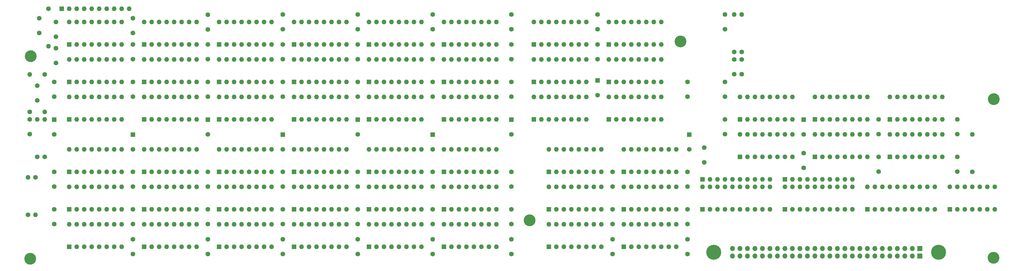
<source format=gbr>
%TF.GenerationSoftware,KiCad,Pcbnew,8.0.1*%
%TF.CreationDate,2024-03-25T22:30:46+11:00*%
%TF.ProjectId,System Memory Board,53797374-656d-4204-9d65-6d6f72792042,rev?*%
%TF.SameCoordinates,Original*%
%TF.FileFunction,Soldermask,Bot*%
%TF.FilePolarity,Negative*%
%FSLAX46Y46*%
G04 Gerber Fmt 4.6, Leading zero omitted, Abs format (unit mm)*
G04 Created by KiCad (PCBNEW 8.0.1) date 2024-03-25 22:30:46*
%MOMM*%
%LPD*%
G01*
G04 APERTURE LIST*
%ADD10C,1.600000*%
%ADD11O,1.600000X1.600000*%
%ADD12R,1.600000X1.600000*%
%ADD13C,5.080000*%
%ADD14R,1.700000X1.700000*%
%ADD15O,1.700000X1.700000*%
%ADD16C,4.000000*%
G04 APERTURE END LIST*
D10*
%TO.C,C45*%
X174520000Y-132310000D03*
X174520000Y-137310000D03*
%TD*%
%TO.C,C41*%
X72920000Y-132310000D03*
X72920000Y-137310000D03*
%TD*%
%TO.C,C3*%
X98320000Y-79010000D03*
X98320000Y-84010000D03*
%TD*%
%TO.C,C59*%
X201190000Y-145010000D03*
X201190000Y-150010000D03*
%TD*%
%TO.C,C16*%
X201190000Y-89130000D03*
X201190000Y-94130000D03*
%TD*%
%TO.C,C8*%
X230400000Y-78970000D03*
X230400000Y-83970000D03*
%TD*%
%TO.C,C43*%
X123720000Y-132310000D03*
X123720000Y-137310000D03*
%TD*%
%TO.C,C30*%
X325650000Y-114530000D03*
X325650000Y-119530000D03*
%TD*%
%TO.C,C51*%
X325650000Y-127230000D03*
X325650000Y-132230000D03*
%TD*%
%TO.C,C55*%
X98320000Y-145010000D03*
X98320000Y-150010000D03*
%TD*%
%TO.C,C31*%
X352320000Y-114530000D03*
X352320000Y-119530000D03*
%TD*%
%TO.C,C14*%
X149120000Y-89130000D03*
X149120000Y-94130000D03*
%TD*%
%TO.C,C11*%
X72920000Y-89130000D03*
X72920000Y-94130000D03*
%TD*%
%TO.C,C2*%
X72920000Y-80240000D03*
X72920000Y-85240000D03*
%TD*%
%TO.C,C60*%
X235480000Y-145010000D03*
X235480000Y-150010000D03*
%TD*%
%TO.C,C58*%
X174520000Y-145010000D03*
X174520000Y-150010000D03*
%TD*%
%TO.C,C42*%
X98320000Y-132310000D03*
X98320000Y-137310000D03*
%TD*%
%TO.C,C73*%
X276755000Y-94210000D03*
X276755000Y-99210000D03*
%TD*%
%TO.C,C23*%
X123720000Y-101830000D03*
X123720000Y-106830000D03*
%TD*%
%TO.C,C65*%
X149120000Y-155170000D03*
X149120000Y-160170000D03*
%TD*%
%TO.C,C18*%
X260880000Y-101830000D03*
X260880000Y-106830000D03*
%TD*%
%TO.C,C44*%
X149120000Y-132310000D03*
X149120000Y-137310000D03*
%TD*%
%TO.C,C40*%
X46250000Y-132310000D03*
X46250000Y-137310000D03*
%TD*%
%TO.C,C48*%
X260880000Y-132310000D03*
X260880000Y-137310000D03*
%TD*%
%TO.C,C52*%
X352320000Y-127230000D03*
X352320000Y-132230000D03*
%TD*%
%TO.C,C47*%
X235480000Y-132310000D03*
X235480000Y-137310000D03*
%TD*%
%TO.C,C68*%
X235480000Y-155170000D03*
X235480000Y-160170000D03*
%TD*%
%TO.C,C63*%
X98320000Y-155170000D03*
X98320000Y-160170000D03*
%TD*%
%TO.C,C49*%
X266595000Y-124055000D03*
X266595000Y-129055000D03*
%TD*%
%TO.C,C72*%
X46885000Y-81510000D03*
X46885000Y-86510000D03*
%TD*%
%TO.C,C7*%
X201190000Y-78970000D03*
X201190000Y-83970000D03*
%TD*%
%TO.C,C20*%
X46250000Y-101830000D03*
X46250000Y-106830000D03*
%TD*%
%TO.C,C67*%
X201190000Y-155170000D03*
X201190000Y-160170000D03*
%TD*%
%TO.C,C74*%
X279295000Y-94210000D03*
X279295000Y-99210000D03*
%TD*%
%TO.C,C10*%
X46885000Y-90400000D03*
X46885000Y-95400000D03*
%TD*%
%TO.C,C50*%
X300250000Y-125960000D03*
X300250000Y-130960000D03*
%TD*%
%TO.C,C70*%
X40535000Y-103100000D03*
X40535000Y-108100000D03*
%TD*%
%TO.C,C12*%
X98320000Y-89130000D03*
X98320000Y-94130000D03*
%TD*%
%TO.C,C15*%
X174520000Y-89130000D03*
X174520000Y-94130000D03*
%TD*%
%TO.C,C28*%
X273580000Y-114530000D03*
X273580000Y-119530000D03*
%TD*%
%TO.C,C26*%
X201190000Y-101830000D03*
X201190000Y-106830000D03*
%TD*%
%TO.C,C62*%
X72920000Y-155170000D03*
X72920000Y-160170000D03*
%TD*%
%TO.C,C66*%
X174520000Y-155170000D03*
X174520000Y-160170000D03*
%TD*%
%TO.C,C69*%
X260880000Y-155170000D03*
X260880000Y-160170000D03*
%TD*%
%TO.C,C13*%
X123720000Y-89130000D03*
X123720000Y-94130000D03*
%TD*%
%TO.C,C4*%
X123720000Y-78970000D03*
X123720000Y-83970000D03*
%TD*%
%TO.C,C22*%
X98320000Y-101830000D03*
X98320000Y-106830000D03*
%TD*%
%TO.C,C1*%
X41170000Y-80240000D03*
X41170000Y-85240000D03*
%TD*%
%TO.C,C6*%
X174520000Y-78970000D03*
X174520000Y-83970000D03*
%TD*%
%TO.C,C24*%
X149120000Y-101830000D03*
X149120000Y-106830000D03*
%TD*%
%TO.C,C54*%
X72920000Y-145010000D03*
X72920000Y-150010000D03*
%TD*%
%TO.C,C17*%
X230400000Y-89130000D03*
X230400000Y-94130000D03*
%TD*%
%TO.C,C53*%
X46250000Y-145010000D03*
X46250000Y-150010000D03*
%TD*%
%TO.C,C5*%
X149120000Y-78930000D03*
X149120000Y-83930000D03*
%TD*%
%TO.C,C25*%
X174520000Y-101830000D03*
X174520000Y-106830000D03*
%TD*%
%TO.C,C57*%
X149120000Y-145010000D03*
X149120000Y-150010000D03*
%TD*%
%TO.C,C19*%
X273580000Y-101830000D03*
X273580000Y-106830000D03*
%TD*%
%TO.C,C9*%
X273580000Y-78970000D03*
X273580000Y-83970000D03*
%TD*%
%TO.C,C71*%
X37995000Y-114530000D03*
X37995000Y-119530000D03*
%TD*%
%TO.C,C21*%
X72920000Y-101830000D03*
X72920000Y-106830000D03*
%TD*%
%TO.C,C61*%
X260880000Y-145010000D03*
X260880000Y-150010000D03*
%TD*%
%TO.C,C46*%
X201190000Y-132310000D03*
X201190000Y-137310000D03*
%TD*%
%TO.C,C64*%
X123720000Y-155170000D03*
X123720000Y-160170000D03*
%TD*%
%TO.C,C56*%
X123720000Y-145010000D03*
X123720000Y-150010000D03*
%TD*%
%TO.C,R10*%
X39900000Y-134175000D03*
D11*
X39900000Y-146875000D03*
%TD*%
D12*
%TO.C,U35*%
X102130000Y-144970000D03*
D11*
X104670000Y-144970000D03*
X107210000Y-144970000D03*
X109750000Y-144970000D03*
X112290000Y-144970000D03*
X114830000Y-144970000D03*
X117370000Y-144970000D03*
X119910000Y-144970000D03*
X119910000Y-137350000D03*
X117370000Y-137350000D03*
X114830000Y-137350000D03*
X112290000Y-137350000D03*
X109750000Y-137350000D03*
X107210000Y-137350000D03*
X104670000Y-137350000D03*
X102130000Y-137350000D03*
%TD*%
D12*
%TO.C,Z1*%
X48790000Y-77025000D03*
D11*
X51330000Y-77025000D03*
X53870000Y-77025000D03*
X56410000Y-77025000D03*
X58950000Y-77025000D03*
X61490000Y-77025000D03*
X64030000Y-77025000D03*
X66570000Y-77025000D03*
X69110000Y-77025000D03*
X71650000Y-77025000D03*
%TD*%
D12*
%TO.C,C29*%
X300250000Y-114627349D03*
D10*
X300250000Y-119627349D03*
%TD*%
D12*
%TO.C,C33*%
X72920000Y-119707349D03*
D10*
X72920000Y-124707349D03*
%TD*%
D12*
%TO.C,U13*%
X152930000Y-101790000D03*
D11*
X155470000Y-101790000D03*
X158010000Y-101790000D03*
X160550000Y-101790000D03*
X163090000Y-101790000D03*
X165630000Y-101790000D03*
X168170000Y-101790000D03*
X170710000Y-101790000D03*
X170710000Y-94170000D03*
X168170000Y-94170000D03*
X165630000Y-94170000D03*
X163090000Y-94170000D03*
X160550000Y-94170000D03*
X158010000Y-94170000D03*
X155470000Y-94170000D03*
X152930000Y-94170000D03*
%TD*%
D12*
%TO.C,U11*%
X102130000Y-101790000D03*
D11*
X104670000Y-101790000D03*
X107210000Y-101790000D03*
X109750000Y-101790000D03*
X112290000Y-101790000D03*
X114830000Y-101790000D03*
X117370000Y-101790000D03*
X119910000Y-101790000D03*
X119910000Y-94170000D03*
X117370000Y-94170000D03*
X114830000Y-94170000D03*
X112290000Y-94170000D03*
X109750000Y-94170000D03*
X107210000Y-94170000D03*
X104670000Y-94170000D03*
X102130000Y-94170000D03*
%TD*%
D12*
%TO.C,U8*%
X234210000Y-89090000D03*
D11*
X236750000Y-89090000D03*
X239290000Y-89090000D03*
X241830000Y-89090000D03*
X244370000Y-89090000D03*
X246910000Y-89090000D03*
X249450000Y-89090000D03*
X251990000Y-89090000D03*
X251990000Y-81470000D03*
X249450000Y-81470000D03*
X246910000Y-81470000D03*
X244370000Y-81470000D03*
X241830000Y-81470000D03*
X239290000Y-81470000D03*
X236750000Y-81470000D03*
X234210000Y-81470000D03*
%TD*%
D12*
%TO.C,U6*%
X178330000Y-89090000D03*
D11*
X180870000Y-89090000D03*
X183410000Y-89090000D03*
X185950000Y-89090000D03*
X188490000Y-89090000D03*
X191030000Y-89090000D03*
X193570000Y-89090000D03*
X196110000Y-89090000D03*
X196110000Y-81470000D03*
X193570000Y-81470000D03*
X191030000Y-81470000D03*
X188490000Y-81470000D03*
X185950000Y-81470000D03*
X183410000Y-81470000D03*
X180870000Y-81470000D03*
X178330000Y-81470000D03*
%TD*%
D12*
%TO.C,U36*%
X127530000Y-144970000D03*
D11*
X130070000Y-144970000D03*
X132610000Y-144970000D03*
X135150000Y-144970000D03*
X137690000Y-144970000D03*
X140230000Y-144970000D03*
X142770000Y-144970000D03*
X145310000Y-144970000D03*
X145310000Y-137350000D03*
X142770000Y-137350000D03*
X140230000Y-137350000D03*
X137690000Y-137350000D03*
X135150000Y-137350000D03*
X132610000Y-137350000D03*
X130070000Y-137350000D03*
X127530000Y-137350000D03*
%TD*%
D12*
%TO.C,C32*%
X46250000Y-114627349D03*
D10*
X46250000Y-119627349D03*
%TD*%
D12*
%TO.C,U21*%
X152930000Y-114490000D03*
D11*
X155470000Y-114490000D03*
X158010000Y-114490000D03*
X160550000Y-114490000D03*
X163090000Y-114490000D03*
X165630000Y-114490000D03*
X168170000Y-114490000D03*
X170710000Y-114490000D03*
X170710000Y-106870000D03*
X168170000Y-106870000D03*
X165630000Y-106870000D03*
X163090000Y-106870000D03*
X160550000Y-106870000D03*
X158010000Y-106870000D03*
X155470000Y-106870000D03*
X152930000Y-106870000D03*
%TD*%
D12*
%TO.C,U24*%
X234210000Y-114490000D03*
D11*
X236750000Y-114490000D03*
X239290000Y-114490000D03*
X241830000Y-114490000D03*
X244370000Y-114490000D03*
X246910000Y-114490000D03*
X249450000Y-114490000D03*
X251990000Y-114490000D03*
X251990000Y-106870000D03*
X249450000Y-106870000D03*
X246910000Y-106870000D03*
X244370000Y-106870000D03*
X241830000Y-106870000D03*
X239290000Y-106870000D03*
X236750000Y-106870000D03*
X234210000Y-106870000D03*
%TD*%
D12*
%TO.C,U28*%
X127530000Y-132270000D03*
D11*
X130070000Y-132270000D03*
X132610000Y-132270000D03*
X135150000Y-132270000D03*
X137690000Y-132270000D03*
X140230000Y-132270000D03*
X142770000Y-132270000D03*
X145310000Y-132270000D03*
X145310000Y-124650000D03*
X142770000Y-124650000D03*
X140230000Y-124650000D03*
X137690000Y-124650000D03*
X135150000Y-124650000D03*
X132610000Y-124650000D03*
X130070000Y-124650000D03*
X127530000Y-124650000D03*
%TD*%
D13*
%TO.C,P300*%
X345970000Y-159575000D03*
X269770000Y-159575000D03*
D14*
X339620000Y-160845000D03*
D15*
X337080000Y-160845000D03*
X334540000Y-160845000D03*
X332000000Y-160845000D03*
X329460000Y-160845000D03*
X326920000Y-160845000D03*
X324380000Y-160845000D03*
X321840000Y-160845000D03*
X319300000Y-160845000D03*
X316760000Y-160845000D03*
X314220000Y-160845000D03*
X311680000Y-160845000D03*
X309140000Y-160845000D03*
X306600000Y-160845000D03*
X304060000Y-160845000D03*
X301520000Y-160845000D03*
X298980000Y-160845000D03*
X296440000Y-160845000D03*
X293900000Y-160845000D03*
X291360000Y-160845000D03*
X288820000Y-160845000D03*
X286280000Y-160845000D03*
X283740000Y-160845000D03*
X281200000Y-160845000D03*
X278660000Y-160845000D03*
X276120000Y-160845000D03*
D14*
X339620000Y-158305000D03*
D15*
X337080000Y-158305000D03*
X334540000Y-158305000D03*
X332000000Y-158305000D03*
X329460000Y-158305000D03*
X326920000Y-158305000D03*
X324380000Y-158305000D03*
X321840000Y-158305000D03*
X319300000Y-158305000D03*
X316760000Y-158305000D03*
X314220000Y-158305000D03*
X311680000Y-158305000D03*
X309140000Y-158305000D03*
X306600000Y-158305000D03*
X304060000Y-158305000D03*
X301520000Y-158305000D03*
X298980000Y-158305000D03*
X296440000Y-158305000D03*
X293900000Y-158305000D03*
X291360000Y-158305000D03*
X288820000Y-158305000D03*
X286280000Y-158305000D03*
X283740000Y-158305000D03*
X281200000Y-158305000D03*
X278660000Y-158305000D03*
X276120000Y-158305000D03*
%TD*%
D12*
%TO.C,C36*%
X149120000Y-114627349D03*
D10*
X149120000Y-119627349D03*
%TD*%
D12*
%TO.C,U14*%
X178330000Y-101790000D03*
D11*
X180870000Y-101790000D03*
X183410000Y-101790000D03*
X185950000Y-101790000D03*
X188490000Y-101790000D03*
X191030000Y-101790000D03*
X193570000Y-101790000D03*
X196110000Y-101790000D03*
X196110000Y-94170000D03*
X193570000Y-94170000D03*
X191030000Y-94170000D03*
X188490000Y-94170000D03*
X185950000Y-94170000D03*
X183410000Y-94170000D03*
X180870000Y-94170000D03*
X178330000Y-94170000D03*
%TD*%
D12*
%TO.C,U45*%
X152930000Y-157670000D03*
D11*
X155470000Y-157670000D03*
X158010000Y-157670000D03*
X160550000Y-157670000D03*
X163090000Y-157670000D03*
X165630000Y-157670000D03*
X168170000Y-157670000D03*
X170710000Y-157670000D03*
X170710000Y-150050000D03*
X168170000Y-150050000D03*
X165630000Y-150050000D03*
X163090000Y-150050000D03*
X160550000Y-150050000D03*
X158010000Y-150050000D03*
X155470000Y-150050000D03*
X152930000Y-150050000D03*
%TD*%
D12*
%TO.C,U40*%
X239290000Y-144970000D03*
D11*
X241830000Y-144970000D03*
X244370000Y-144970000D03*
X246910000Y-144970000D03*
X249450000Y-144970000D03*
X251990000Y-144970000D03*
X254530000Y-144970000D03*
X257070000Y-144970000D03*
X257070000Y-137350000D03*
X254530000Y-137350000D03*
X251990000Y-137350000D03*
X249450000Y-137350000D03*
X246910000Y-137350000D03*
X244370000Y-137350000D03*
X241830000Y-137350000D03*
X239290000Y-137350000D03*
%TD*%
D12*
%TO.C,U51*%
X329460000Y-114490000D03*
D11*
X332000000Y-114490000D03*
X334540000Y-114490000D03*
X337080000Y-114490000D03*
X339620000Y-114490000D03*
X342160000Y-114490000D03*
X344700000Y-114490000D03*
X347240000Y-114490000D03*
X347240000Y-106870000D03*
X344700000Y-106870000D03*
X342160000Y-106870000D03*
X339620000Y-106870000D03*
X337080000Y-106870000D03*
X334540000Y-106870000D03*
X332000000Y-106870000D03*
X329460000Y-106870000D03*
%TD*%
D12*
%TO.C,U1*%
X51330000Y-89090000D03*
D11*
X53870000Y-89090000D03*
X56410000Y-89090000D03*
X58950000Y-89090000D03*
X61490000Y-89090000D03*
X64030000Y-89090000D03*
X66570000Y-89090000D03*
X69110000Y-89090000D03*
X69110000Y-81470000D03*
X66570000Y-81470000D03*
X64030000Y-81470000D03*
X61490000Y-81470000D03*
X58950000Y-81470000D03*
X56410000Y-81470000D03*
X53870000Y-81470000D03*
X51330000Y-81470000D03*
%TD*%
D12*
%TO.C,U49*%
X278660000Y-114490000D03*
D11*
X281200000Y-114490000D03*
X283740000Y-114490000D03*
X286280000Y-114490000D03*
X288820000Y-114490000D03*
X291360000Y-114490000D03*
X293900000Y-114490000D03*
X296440000Y-114490000D03*
X296440000Y-106870000D03*
X293900000Y-106870000D03*
X291360000Y-106870000D03*
X288820000Y-106870000D03*
X286280000Y-106870000D03*
X283740000Y-106870000D03*
X281200000Y-106870000D03*
X278660000Y-106870000D03*
%TD*%
D12*
%TO.C,U27*%
X102130000Y-132270000D03*
D11*
X104670000Y-132270000D03*
X107210000Y-132270000D03*
X109750000Y-132270000D03*
X112290000Y-132270000D03*
X114830000Y-132270000D03*
X117370000Y-132270000D03*
X119910000Y-132270000D03*
X119910000Y-124650000D03*
X117370000Y-124650000D03*
X114830000Y-124650000D03*
X112290000Y-124650000D03*
X109750000Y-124650000D03*
X107210000Y-124650000D03*
X104670000Y-124650000D03*
X102130000Y-124650000D03*
%TD*%
D12*
%TO.C,U12*%
X127530000Y-101790000D03*
D11*
X130070000Y-101790000D03*
X132610000Y-101790000D03*
X135150000Y-101790000D03*
X137690000Y-101790000D03*
X140230000Y-101790000D03*
X142770000Y-101790000D03*
X145310000Y-101790000D03*
X145310000Y-94170000D03*
X142770000Y-94170000D03*
X140230000Y-94170000D03*
X137690000Y-94170000D03*
X135150000Y-94170000D03*
X132610000Y-94170000D03*
X130070000Y-94170000D03*
X127530000Y-94170000D03*
%TD*%
D12*
%TO.C,U9*%
X51330000Y-101790000D03*
D11*
X53870000Y-101790000D03*
X56410000Y-101790000D03*
X58950000Y-101790000D03*
X61490000Y-101790000D03*
X64030000Y-101790000D03*
X66570000Y-101790000D03*
X69110000Y-101790000D03*
X69110000Y-94170000D03*
X66570000Y-94170000D03*
X64030000Y-94170000D03*
X61490000Y-94170000D03*
X58950000Y-94170000D03*
X56410000Y-94170000D03*
X53870000Y-94170000D03*
X51330000Y-94170000D03*
%TD*%
D12*
%TO.C,U2*%
X76730000Y-89090000D03*
D11*
X79270000Y-89090000D03*
X81810000Y-89090000D03*
X84350000Y-89090000D03*
X86890000Y-89090000D03*
X89430000Y-89090000D03*
X91970000Y-89090000D03*
X94510000Y-89090000D03*
X94510000Y-81470000D03*
X91970000Y-81470000D03*
X89430000Y-81470000D03*
X86890000Y-81470000D03*
X84350000Y-81470000D03*
X81810000Y-81470000D03*
X79270000Y-81470000D03*
X76730000Y-81470000D03*
%TD*%
D12*
%TO.C,U41*%
X51330000Y-157670000D03*
D11*
X53870000Y-157670000D03*
X56410000Y-157670000D03*
X58950000Y-157670000D03*
X61490000Y-157670000D03*
X64030000Y-157670000D03*
X66570000Y-157670000D03*
X69110000Y-157670000D03*
X69110000Y-150050000D03*
X66570000Y-150050000D03*
X64030000Y-150050000D03*
X61490000Y-150050000D03*
X58950000Y-150050000D03*
X56410000Y-150050000D03*
X53870000Y-150050000D03*
X51330000Y-150050000D03*
%TD*%
D12*
%TO.C,C34*%
X98320000Y-114627349D03*
D10*
X98320000Y-119627349D03*
%TD*%
D12*
%TO.C,U53*%
X304060000Y-127190000D03*
D11*
X306600000Y-127190000D03*
X309140000Y-127190000D03*
X311680000Y-127190000D03*
X314220000Y-127190000D03*
X316760000Y-127190000D03*
X319300000Y-127190000D03*
X321840000Y-127190000D03*
X321840000Y-119570000D03*
X319300000Y-119570000D03*
X316760000Y-119570000D03*
X314220000Y-119570000D03*
X311680000Y-119570000D03*
X309140000Y-119570000D03*
X306600000Y-119570000D03*
X304060000Y-119570000D03*
%TD*%
D12*
%TO.C,U56*%
X293900000Y-144970000D03*
D11*
X296440000Y-144970000D03*
X298980000Y-144970000D03*
X301520000Y-144970000D03*
X304060000Y-144970000D03*
X306600000Y-144970000D03*
X309140000Y-144970000D03*
X311680000Y-144970000D03*
X314220000Y-144970000D03*
X316760000Y-144970000D03*
X316760000Y-137350000D03*
X314220000Y-137350000D03*
X311680000Y-137350000D03*
X309140000Y-137350000D03*
X306600000Y-137350000D03*
X304060000Y-137350000D03*
X301520000Y-137350000D03*
X298980000Y-137350000D03*
X296440000Y-137350000D03*
X293900000Y-137350000D03*
%TD*%
D12*
%TO.C,C37*%
X174520000Y-119707349D03*
D10*
X174520000Y-124707349D03*
%TD*%
D12*
%TO.C,U52*%
X278660000Y-127190000D03*
D11*
X281200000Y-127190000D03*
X283740000Y-127190000D03*
X286280000Y-127190000D03*
X288820000Y-127190000D03*
X291360000Y-127190000D03*
X293900000Y-127190000D03*
X296440000Y-127190000D03*
X296440000Y-119570000D03*
X293900000Y-119570000D03*
X291360000Y-119570000D03*
X288820000Y-119570000D03*
X286280000Y-119570000D03*
X283740000Y-119570000D03*
X281200000Y-119570000D03*
X278660000Y-119570000D03*
%TD*%
D10*
%TO.C,R1*%
X40535000Y-127190000D03*
D11*
X40535000Y-114490000D03*
%TD*%
D10*
%TO.C,R9*%
X37360000Y-146875000D03*
D11*
X37360000Y-134175000D03*
%TD*%
D12*
%TO.C,U26*%
X76730000Y-132270000D03*
D11*
X79270000Y-132270000D03*
X81810000Y-132270000D03*
X84350000Y-132270000D03*
X86890000Y-132270000D03*
X89430000Y-132270000D03*
X91970000Y-132270000D03*
X94510000Y-132270000D03*
X94510000Y-124650000D03*
X91970000Y-124650000D03*
X89430000Y-124650000D03*
X86890000Y-124650000D03*
X84350000Y-124650000D03*
X81810000Y-124650000D03*
X79270000Y-124650000D03*
X76730000Y-124650000D03*
%TD*%
D12*
%TO.C,U43*%
X102130000Y-157670000D03*
D11*
X104670000Y-157670000D03*
X107210000Y-157670000D03*
X109750000Y-157670000D03*
X112290000Y-157670000D03*
X114830000Y-157670000D03*
X117370000Y-157670000D03*
X119910000Y-157670000D03*
X119910000Y-150050000D03*
X117370000Y-150050000D03*
X114830000Y-150050000D03*
X112290000Y-150050000D03*
X109750000Y-150050000D03*
X107210000Y-150050000D03*
X104670000Y-150050000D03*
X102130000Y-150050000D03*
%TD*%
D12*
%TO.C,U33*%
X51330000Y-144970000D03*
D11*
X53870000Y-144970000D03*
X56410000Y-144970000D03*
X58950000Y-144970000D03*
X61490000Y-144970000D03*
X64030000Y-144970000D03*
X66570000Y-144970000D03*
X69110000Y-144970000D03*
X69110000Y-137350000D03*
X66570000Y-137350000D03*
X64030000Y-137350000D03*
X61490000Y-137350000D03*
X58950000Y-137350000D03*
X56410000Y-137350000D03*
X53870000Y-137350000D03*
X51330000Y-137350000D03*
%TD*%
D10*
%TO.C,R3*%
X357400000Y-132270000D03*
D11*
X357400000Y-119570000D03*
%TD*%
D12*
%TO.C,U22*%
X178330000Y-114490000D03*
D11*
X180870000Y-114490000D03*
X183410000Y-114490000D03*
X185950000Y-114490000D03*
X188490000Y-114490000D03*
X191030000Y-114490000D03*
X193570000Y-114490000D03*
X196110000Y-114490000D03*
X196110000Y-106870000D03*
X193570000Y-106870000D03*
X191030000Y-106870000D03*
X188490000Y-106870000D03*
X185950000Y-106870000D03*
X183410000Y-106870000D03*
X180870000Y-106870000D03*
X178330000Y-106870000D03*
%TD*%
D12*
%TO.C,U44*%
X127530000Y-157670000D03*
D11*
X130070000Y-157670000D03*
X132610000Y-157670000D03*
X135150000Y-157670000D03*
X137690000Y-157670000D03*
X140230000Y-157670000D03*
X142770000Y-157670000D03*
X145310000Y-157670000D03*
X145310000Y-150050000D03*
X142770000Y-150050000D03*
X140230000Y-150050000D03*
X137690000Y-150050000D03*
X135150000Y-150050000D03*
X132610000Y-150050000D03*
X130070000Y-150050000D03*
X127530000Y-150050000D03*
%TD*%
D12*
%TO.C,U10*%
X76730000Y-101790000D03*
D11*
X79270000Y-101790000D03*
X81810000Y-101790000D03*
X84350000Y-101790000D03*
X86890000Y-101790000D03*
X89430000Y-101790000D03*
X91970000Y-101790000D03*
X94510000Y-101790000D03*
X94510000Y-94170000D03*
X91970000Y-94170000D03*
X89430000Y-94170000D03*
X86890000Y-94170000D03*
X84350000Y-94170000D03*
X81810000Y-94170000D03*
X79270000Y-94170000D03*
X76730000Y-94170000D03*
%TD*%
D12*
%TO.C,U54*%
X329460000Y-127190000D03*
D11*
X332000000Y-127190000D03*
X334540000Y-127190000D03*
X337080000Y-127190000D03*
X339620000Y-127190000D03*
X342160000Y-127190000D03*
X344700000Y-127190000D03*
X347240000Y-127190000D03*
X347240000Y-119570000D03*
X344700000Y-119570000D03*
X342160000Y-119570000D03*
X339620000Y-119570000D03*
X337080000Y-119570000D03*
X334540000Y-119570000D03*
X332000000Y-119570000D03*
X329460000Y-119570000D03*
%TD*%
D12*
%TO.C,U7*%
X208810000Y-89090000D03*
D11*
X211350000Y-89090000D03*
X213890000Y-89090000D03*
X216430000Y-89090000D03*
X218970000Y-89090000D03*
X221510000Y-89090000D03*
X224050000Y-89090000D03*
X226590000Y-89090000D03*
X226590000Y-81470000D03*
X224050000Y-81470000D03*
X221510000Y-81470000D03*
X218970000Y-81470000D03*
X216430000Y-81470000D03*
X213890000Y-81470000D03*
X211350000Y-81470000D03*
X208810000Y-81470000D03*
%TD*%
D12*
%TO.C,U32*%
X239290000Y-132270000D03*
D11*
X241830000Y-132270000D03*
X244370000Y-132270000D03*
X246910000Y-132270000D03*
X249450000Y-132270000D03*
X251990000Y-132270000D03*
X254530000Y-132270000D03*
X257070000Y-132270000D03*
X257070000Y-124650000D03*
X254530000Y-124650000D03*
X251990000Y-124650000D03*
X249450000Y-124650000D03*
X246910000Y-124650000D03*
X244370000Y-124650000D03*
X241830000Y-124650000D03*
X239290000Y-124650000D03*
%TD*%
D12*
%TO.C,Z2*%
X265960000Y-134810000D03*
D11*
X268500000Y-134810000D03*
X271040000Y-134810000D03*
X273580000Y-134810000D03*
X276120000Y-134810000D03*
X278660000Y-134810000D03*
X281200000Y-134810000D03*
X283740000Y-134810000D03*
X286280000Y-134810000D03*
X288820000Y-134810000D03*
%TD*%
D12*
%TO.C,U16*%
X234210000Y-101790000D03*
D11*
X236750000Y-101790000D03*
X239290000Y-101790000D03*
X241830000Y-101790000D03*
X244370000Y-101790000D03*
X246910000Y-101790000D03*
X249450000Y-101790000D03*
X251990000Y-101790000D03*
X251990000Y-94170000D03*
X249450000Y-94170000D03*
X246910000Y-94170000D03*
X244370000Y-94170000D03*
X241830000Y-94170000D03*
X239290000Y-94170000D03*
X236750000Y-94170000D03*
X234210000Y-94170000D03*
%TD*%
D12*
%TO.C,U37*%
X152930000Y-144970000D03*
D11*
X155470000Y-144970000D03*
X158010000Y-144970000D03*
X160550000Y-144970000D03*
X163090000Y-144970000D03*
X165630000Y-144970000D03*
X168170000Y-144970000D03*
X170710000Y-144970000D03*
X170710000Y-137350000D03*
X168170000Y-137350000D03*
X165630000Y-137350000D03*
X163090000Y-137350000D03*
X160550000Y-137350000D03*
X158010000Y-137350000D03*
X155470000Y-137350000D03*
X152930000Y-137350000D03*
%TD*%
D12*
%TO.C,U42*%
X76730000Y-157670000D03*
D11*
X79270000Y-157670000D03*
X81810000Y-157670000D03*
X84350000Y-157670000D03*
X86890000Y-157670000D03*
X89430000Y-157670000D03*
X91970000Y-157670000D03*
X94510000Y-157670000D03*
X94510000Y-150050000D03*
X91970000Y-150050000D03*
X89430000Y-150050000D03*
X86890000Y-150050000D03*
X84350000Y-150050000D03*
X81810000Y-150050000D03*
X79270000Y-150050000D03*
X76730000Y-150050000D03*
%TD*%
D12*
%TO.C,U25*%
X51330000Y-132270000D03*
D11*
X53870000Y-132270000D03*
X56410000Y-132270000D03*
X58950000Y-132270000D03*
X61490000Y-132270000D03*
X64030000Y-132270000D03*
X66570000Y-132270000D03*
X69110000Y-132270000D03*
X69110000Y-124650000D03*
X66570000Y-124650000D03*
X64030000Y-124650000D03*
X61490000Y-124650000D03*
X58950000Y-124650000D03*
X56410000Y-124650000D03*
X53870000Y-124650000D03*
X51330000Y-124650000D03*
%TD*%
D12*
%TO.C,U5*%
X152930000Y-89090000D03*
D11*
X155470000Y-89090000D03*
X158010000Y-89090000D03*
X160550000Y-89090000D03*
X163090000Y-89090000D03*
X165630000Y-89090000D03*
X168170000Y-89090000D03*
X170710000Y-89090000D03*
X170710000Y-81470000D03*
X168170000Y-81470000D03*
X165630000Y-81470000D03*
X163090000Y-81470000D03*
X160550000Y-81470000D03*
X158010000Y-81470000D03*
X155470000Y-81470000D03*
X152930000Y-81470000D03*
%TD*%
D16*
%TO.C,H2*%
X38160000Y-161730000D03*
%TD*%
%TO.C,H3*%
X207410000Y-148730000D03*
%TD*%
D12*
%TO.C,U23*%
X208810000Y-114490000D03*
D11*
X211350000Y-114490000D03*
X213890000Y-114490000D03*
X216430000Y-114490000D03*
X218970000Y-114490000D03*
X221510000Y-114490000D03*
X224050000Y-114490000D03*
X226590000Y-114490000D03*
X226590000Y-106870000D03*
X224050000Y-106870000D03*
X221510000Y-106870000D03*
X218970000Y-106870000D03*
X216430000Y-106870000D03*
X213890000Y-106870000D03*
X211350000Y-106870000D03*
X208810000Y-106870000D03*
%TD*%
D16*
%TO.C,H6*%
X364610000Y-161430000D03*
%TD*%
%TO.C,H5*%
X364710000Y-107630000D03*
%TD*%
D12*
%TO.C,U48*%
X239290000Y-157670000D03*
D11*
X241830000Y-157670000D03*
X244370000Y-157670000D03*
X246910000Y-157670000D03*
X249450000Y-157670000D03*
X251990000Y-157670000D03*
X254530000Y-157670000D03*
X257070000Y-157670000D03*
X257070000Y-150050000D03*
X254530000Y-150050000D03*
X251990000Y-150050000D03*
X249450000Y-150050000D03*
X246910000Y-150050000D03*
X244370000Y-150050000D03*
X241830000Y-150050000D03*
X239290000Y-150050000D03*
%TD*%
D12*
%TO.C,U20*%
X127530000Y-114490000D03*
D11*
X130070000Y-114490000D03*
X132610000Y-114490000D03*
X135150000Y-114490000D03*
X137690000Y-114490000D03*
X140230000Y-114490000D03*
X142770000Y-114490000D03*
X145310000Y-114490000D03*
X145310000Y-106870000D03*
X142770000Y-106870000D03*
X140230000Y-106870000D03*
X137690000Y-106870000D03*
X135150000Y-106870000D03*
X132610000Y-106870000D03*
X130070000Y-106870000D03*
X127530000Y-106870000D03*
%TD*%
D10*
%TO.C,R2*%
X43075000Y-127190000D03*
D11*
X43075000Y-114490000D03*
%TD*%
D10*
%TO.C,R6*%
X276755000Y-91630000D03*
D11*
X276755000Y-78930000D03*
%TD*%
D12*
%TO.C,U18*%
X76730000Y-114490000D03*
D11*
X79270000Y-114490000D03*
X81810000Y-114490000D03*
X84350000Y-114490000D03*
X86890000Y-114490000D03*
X89430000Y-114490000D03*
X91970000Y-114490000D03*
X94510000Y-114490000D03*
X94510000Y-106870000D03*
X91970000Y-106870000D03*
X89430000Y-106870000D03*
X86890000Y-106870000D03*
X84350000Y-106870000D03*
X81810000Y-106870000D03*
X79270000Y-106870000D03*
X76730000Y-106870000D03*
%TD*%
D12*
%TO.C,U34*%
X76730000Y-144970000D03*
D11*
X79270000Y-144970000D03*
X81810000Y-144970000D03*
X84350000Y-144970000D03*
X86890000Y-144970000D03*
X89430000Y-144970000D03*
X91970000Y-144970000D03*
X94510000Y-144970000D03*
X94510000Y-137350000D03*
X91970000Y-137350000D03*
X89430000Y-137350000D03*
X86890000Y-137350000D03*
X84350000Y-137350000D03*
X81810000Y-137350000D03*
X79270000Y-137350000D03*
X76730000Y-137350000D03*
%TD*%
D12*
%TO.C,U15*%
X208810000Y-101790000D03*
D11*
X211350000Y-101790000D03*
X213890000Y-101790000D03*
X216430000Y-101790000D03*
X218970000Y-101790000D03*
X221510000Y-101790000D03*
X224050000Y-101790000D03*
X226590000Y-101790000D03*
X226590000Y-94170000D03*
X224050000Y-94170000D03*
X221510000Y-94170000D03*
X218970000Y-94170000D03*
X216430000Y-94170000D03*
X213890000Y-94170000D03*
X211350000Y-94170000D03*
X208810000Y-94170000D03*
%TD*%
D10*
%TO.C,R8*%
X44345000Y-77025000D03*
D11*
X44345000Y-89725000D03*
%TD*%
D10*
%TO.C,R5*%
X43075000Y-99250000D03*
D11*
X43075000Y-111950000D03*
%TD*%
D12*
%TO.C,U31*%
X213890000Y-132270000D03*
D11*
X216430000Y-132270000D03*
X218970000Y-132270000D03*
X221510000Y-132270000D03*
X224050000Y-132270000D03*
X226590000Y-132270000D03*
X229130000Y-132270000D03*
X231670000Y-132270000D03*
X231670000Y-124650000D03*
X229130000Y-124650000D03*
X226590000Y-124650000D03*
X224050000Y-124650000D03*
X221510000Y-124650000D03*
X218970000Y-124650000D03*
X216430000Y-124650000D03*
X213890000Y-124650000D03*
%TD*%
D12*
%TO.C,C38*%
X201190000Y-114627349D03*
D10*
X201190000Y-119627349D03*
%TD*%
D12*
%TO.C,U17*%
X51330000Y-114490000D03*
D11*
X53870000Y-114490000D03*
X56410000Y-114490000D03*
X58950000Y-114490000D03*
X61490000Y-114490000D03*
X64030000Y-114490000D03*
X66570000Y-114490000D03*
X69110000Y-114490000D03*
X69110000Y-106870000D03*
X66570000Y-106870000D03*
X64030000Y-106870000D03*
X61490000Y-106870000D03*
X58950000Y-106870000D03*
X56410000Y-106870000D03*
X53870000Y-106870000D03*
X51330000Y-106870000D03*
%TD*%
D16*
%TO.C,H4*%
X258510000Y-88130000D03*
%TD*%
D12*
%TO.C,U46*%
X178330000Y-157670000D03*
D11*
X180870000Y-157670000D03*
X183410000Y-157670000D03*
X185950000Y-157670000D03*
X188490000Y-157670000D03*
X191030000Y-157670000D03*
X193570000Y-157670000D03*
X196110000Y-157670000D03*
X196110000Y-150050000D03*
X193570000Y-150050000D03*
X191030000Y-150050000D03*
X188490000Y-150050000D03*
X185950000Y-150050000D03*
X183410000Y-150050000D03*
X180870000Y-150050000D03*
X178330000Y-150050000D03*
%TD*%
D12*
%TO.C,U4*%
X127530000Y-89090000D03*
D11*
X130070000Y-89090000D03*
X132610000Y-89090000D03*
X135150000Y-89090000D03*
X137690000Y-89090000D03*
X140230000Y-89090000D03*
X142770000Y-89090000D03*
X145310000Y-89090000D03*
X145310000Y-81470000D03*
X142770000Y-81470000D03*
X140230000Y-81470000D03*
X137690000Y-81470000D03*
X135150000Y-81470000D03*
X132610000Y-81470000D03*
X130070000Y-81470000D03*
X127530000Y-81470000D03*
%TD*%
D12*
%TO.C,U38*%
X178330000Y-144970000D03*
D11*
X180870000Y-144970000D03*
X183410000Y-144970000D03*
X185950000Y-144970000D03*
X188490000Y-144970000D03*
X191030000Y-144970000D03*
X193570000Y-144970000D03*
X196110000Y-144970000D03*
X196110000Y-137350000D03*
X193570000Y-137350000D03*
X191030000Y-137350000D03*
X188490000Y-137350000D03*
X185950000Y-137350000D03*
X183410000Y-137350000D03*
X180870000Y-137350000D03*
X178330000Y-137350000D03*
%TD*%
D12*
%TO.C,U3*%
X102130000Y-89090000D03*
D11*
X104670000Y-89090000D03*
X107210000Y-89090000D03*
X109750000Y-89090000D03*
X112290000Y-89090000D03*
X114830000Y-89090000D03*
X117370000Y-89090000D03*
X119910000Y-89090000D03*
X119910000Y-81470000D03*
X117370000Y-81470000D03*
X114830000Y-81470000D03*
X112290000Y-81470000D03*
X109750000Y-81470000D03*
X107210000Y-81470000D03*
X104670000Y-81470000D03*
X102130000Y-81470000D03*
%TD*%
D12*
%TO.C,U58*%
X349780000Y-144970000D03*
D11*
X352320000Y-144970000D03*
X354860000Y-144970000D03*
X357400000Y-144970000D03*
X359940000Y-144970000D03*
X362480000Y-144970000D03*
X365020000Y-144970000D03*
X365020000Y-137350000D03*
X362480000Y-137350000D03*
X359940000Y-137350000D03*
X357400000Y-137350000D03*
X354860000Y-137350000D03*
X352320000Y-137350000D03*
X349780000Y-137350000D03*
%TD*%
D16*
%TO.C,H1*%
X38310000Y-93080000D03*
%TD*%
D12*
%TO.C,U57*%
X321840000Y-144970000D03*
D11*
X324380000Y-144970000D03*
X326920000Y-144970000D03*
X329460000Y-144970000D03*
X332000000Y-144970000D03*
X334540000Y-144970000D03*
X337080000Y-144970000D03*
X339620000Y-144970000D03*
X342160000Y-144970000D03*
X344700000Y-144970000D03*
X344700000Y-137350000D03*
X342160000Y-137350000D03*
X339620000Y-137350000D03*
X337080000Y-137350000D03*
X334540000Y-137350000D03*
X332000000Y-137350000D03*
X329460000Y-137350000D03*
X326920000Y-137350000D03*
X324380000Y-137350000D03*
X321840000Y-137350000D03*
%TD*%
D12*
%TO.C,U50*%
X304060000Y-114490000D03*
D11*
X306600000Y-114490000D03*
X309140000Y-114490000D03*
X311680000Y-114490000D03*
X314220000Y-114490000D03*
X316760000Y-114490000D03*
X319300000Y-114490000D03*
X321840000Y-114490000D03*
X321840000Y-106870000D03*
X319300000Y-106870000D03*
X316760000Y-106870000D03*
X314220000Y-106870000D03*
X311680000Y-106870000D03*
X309140000Y-106870000D03*
X306600000Y-106870000D03*
X304060000Y-106870000D03*
%TD*%
D12*
%TO.C,U29*%
X152930000Y-132270000D03*
D11*
X155470000Y-132270000D03*
X158010000Y-132270000D03*
X160550000Y-132270000D03*
X163090000Y-132270000D03*
X165630000Y-132270000D03*
X168170000Y-132270000D03*
X170710000Y-132270000D03*
X170710000Y-124650000D03*
X168170000Y-124650000D03*
X165630000Y-124650000D03*
X163090000Y-124650000D03*
X160550000Y-124650000D03*
X158010000Y-124650000D03*
X155470000Y-124650000D03*
X152930000Y-124650000D03*
%TD*%
D12*
%TO.C,C35*%
X123720000Y-119707349D03*
D10*
X123720000Y-124707349D03*
%TD*%
%TO.C,R7*%
X279295000Y-91630000D03*
D11*
X279295000Y-78930000D03*
%TD*%
D10*
%TO.C,R4*%
X37995000Y-111950000D03*
D11*
X37995000Y-99250000D03*
%TD*%
D12*
%TO.C,C27*%
X230400000Y-101292349D03*
D10*
X230400000Y-106292349D03*
%TD*%
D12*
%TO.C,U30*%
X178330000Y-132270000D03*
D11*
X180870000Y-132270000D03*
X183410000Y-132270000D03*
X185950000Y-132270000D03*
X188490000Y-132270000D03*
X191030000Y-132270000D03*
X193570000Y-132270000D03*
X196110000Y-132270000D03*
X196110000Y-124650000D03*
X193570000Y-124650000D03*
X191030000Y-124650000D03*
X188490000Y-124650000D03*
X185950000Y-124650000D03*
X183410000Y-124650000D03*
X180870000Y-124650000D03*
X178330000Y-124650000D03*
%TD*%
D12*
%TO.C,U39*%
X213890000Y-144970000D03*
D11*
X216430000Y-144970000D03*
X218970000Y-144970000D03*
X221510000Y-144970000D03*
X224050000Y-144970000D03*
X226590000Y-144970000D03*
X229130000Y-144970000D03*
X231670000Y-144970000D03*
X231670000Y-137350000D03*
X229130000Y-137350000D03*
X226590000Y-137350000D03*
X224050000Y-137350000D03*
X221510000Y-137350000D03*
X218970000Y-137350000D03*
X216430000Y-137350000D03*
X213890000Y-137350000D03*
%TD*%
D12*
%TO.C,C39*%
X261515000Y-119707349D03*
D10*
X261515000Y-124707349D03*
%TD*%
D12*
%TO.C,U19*%
X102130000Y-114490000D03*
D11*
X104670000Y-114490000D03*
X107210000Y-114490000D03*
X109750000Y-114490000D03*
X112290000Y-114490000D03*
X114830000Y-114490000D03*
X117370000Y-114490000D03*
X119910000Y-114490000D03*
X119910000Y-106870000D03*
X117370000Y-106870000D03*
X114830000Y-106870000D03*
X112290000Y-106870000D03*
X109750000Y-106870000D03*
X107210000Y-106870000D03*
X104670000Y-106870000D03*
X102130000Y-106870000D03*
%TD*%
D12*
%TO.C,Z3*%
X293900000Y-134810000D03*
D11*
X296440000Y-134810000D03*
X298980000Y-134810000D03*
X301520000Y-134810000D03*
X304060000Y-134810000D03*
X306600000Y-134810000D03*
X309140000Y-134810000D03*
X311680000Y-134810000D03*
X314220000Y-134810000D03*
X316760000Y-134810000D03*
%TD*%
D12*
%TO.C,U47*%
X213890000Y-157670000D03*
D11*
X216430000Y-157670000D03*
X218970000Y-157670000D03*
X221510000Y-157670000D03*
X224050000Y-157670000D03*
X226590000Y-157670000D03*
X229130000Y-157670000D03*
X231670000Y-157670000D03*
X231670000Y-150050000D03*
X229130000Y-150050000D03*
X226590000Y-150050000D03*
X224050000Y-150050000D03*
X221510000Y-150050000D03*
X218970000Y-150050000D03*
X216430000Y-150050000D03*
X213890000Y-150050000D03*
%TD*%
D12*
%TO.C,U55*%
X265960000Y-144970000D03*
D11*
X268500000Y-144970000D03*
X271040000Y-144970000D03*
X273580000Y-144970000D03*
X276120000Y-144970000D03*
X278660000Y-144970000D03*
X281200000Y-144970000D03*
X283740000Y-144970000D03*
X286280000Y-144970000D03*
X288820000Y-144970000D03*
X288820000Y-137350000D03*
X286280000Y-137350000D03*
X283740000Y-137350000D03*
X281200000Y-137350000D03*
X278660000Y-137350000D03*
X276120000Y-137350000D03*
X273580000Y-137350000D03*
X271040000Y-137350000D03*
X268500000Y-137350000D03*
X265960000Y-137350000D03*
%TD*%
M02*

</source>
